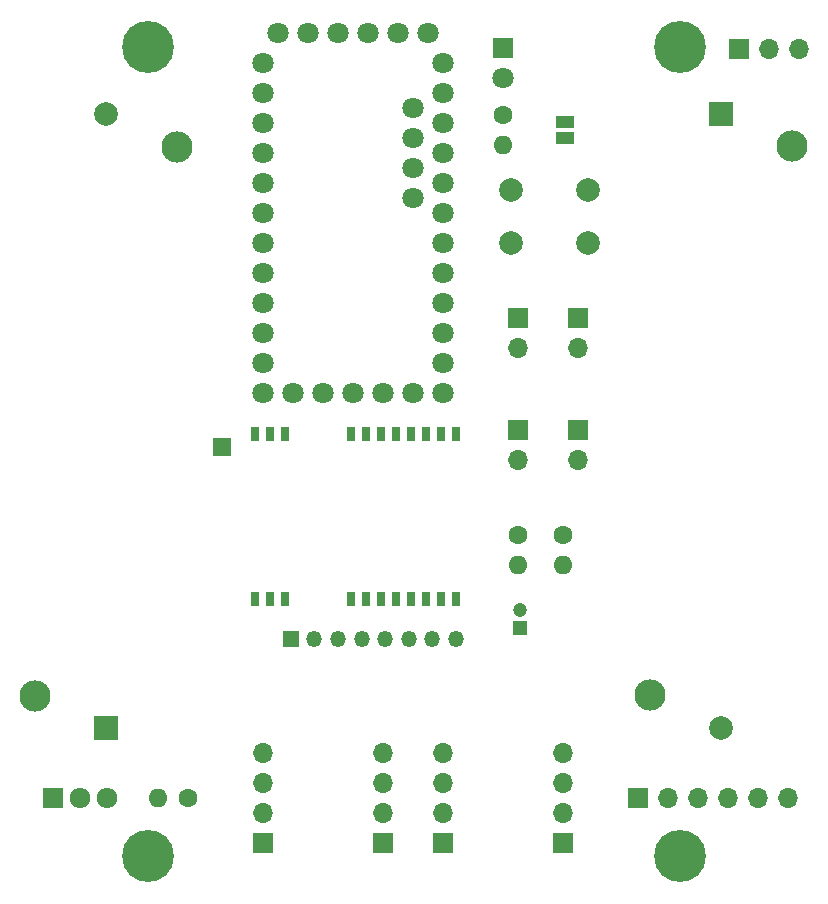
<source format=gbr>
%TF.GenerationSoftware,KiCad,Pcbnew,6.0.11-2627ca5db0~126~ubuntu22.04.1*%
%TF.CreationDate,2023-07-24T16:43:15+02:00*%
%TF.ProjectId,HB-UNI-SEN-BATT_E07-900M10S_FUEL4EP,48422d55-4e49-42d5-9345-4e2d42415454,1.0*%
%TF.SameCoordinates,Original*%
%TF.FileFunction,Soldermask,Top*%
%TF.FilePolarity,Negative*%
%FSLAX46Y46*%
G04 Gerber Fmt 4.6, Leading zero omitted, Abs format (unit mm)*
G04 Created by KiCad (PCBNEW 6.0.11-2627ca5db0~126~ubuntu22.04.1) date 2023-07-24 16:43:15*
%MOMM*%
%LPD*%
G01*
G04 APERTURE LIST*
G04 Aperture macros list*
%AMRoundRect*
0 Rectangle with rounded corners*
0 $1 Rounding radius*
0 $2 $3 $4 $5 $6 $7 $8 $9 X,Y pos of 4 corners*
0 Add a 4 corners polygon primitive as box body*
4,1,4,$2,$3,$4,$5,$6,$7,$8,$9,$2,$3,0*
0 Add four circle primitives for the rounded corners*
1,1,$1+$1,$2,$3*
1,1,$1+$1,$4,$5*
1,1,$1+$1,$6,$7*
1,1,$1+$1,$8,$9*
0 Add four rect primitives between the rounded corners*
20,1,$1+$1,$2,$3,$4,$5,0*
20,1,$1+$1,$4,$5,$6,$7,0*
20,1,$1+$1,$6,$7,$8,$9,0*
20,1,$1+$1,$8,$9,$2,$3,0*%
G04 Aperture macros list end*
%ADD10R,1.800000X1.800000*%
%ADD11C,1.800000*%
%ADD12R,1.700000X1.700000*%
%ADD13O,1.700000X1.700000*%
%ADD14C,2.640000*%
%ADD15R,2.000000X2.000000*%
%ADD16C,2.000000*%
%ADD17R,1.200000X1.200000*%
%ADD18C,1.200000*%
%ADD19C,1.600000*%
%ADD20O,1.600000X1.600000*%
%ADD21R,1.717500X1.800000*%
%ADD22O,1.717500X1.800000*%
%ADD23R,0.800000X1.270000*%
%ADD24R,1.500000X1.000000*%
%ADD25C,0.700000*%
%ADD26C,4.400000*%
%ADD27R,1.350000X1.350000*%
%ADD28O,1.350000X1.350000*%
%ADD29RoundRect,0.250000X-0.550000X-0.550000X0.550000X-0.550000X0.550000X0.550000X-0.550000X0.550000X0*%
G04 APERTURE END LIST*
D10*
%TO.C,D1*%
X46050000Y-4280000D03*
D11*
X46050000Y-6820000D03*
%TD*%
D12*
%TO.C,J1*%
X47320000Y-36665000D03*
D13*
X47320000Y-39205000D03*
%TD*%
D12*
%TO.C,J2*%
X52400000Y-36665000D03*
D13*
X52400000Y-39205000D03*
%TD*%
D12*
%TO.C,J7*%
X35890000Y-71590000D03*
D13*
X35890000Y-69050000D03*
X35890000Y-66510000D03*
X35890000Y-63970000D03*
%TD*%
D14*
%TO.C,BT1*%
X58495000Y-59090000D03*
X70485000Y-12610000D03*
D15*
X64490000Y-9860000D03*
D16*
X64490000Y-61850000D03*
%TD*%
D12*
%TO.C,J3*%
X47320000Y-27140000D03*
D13*
X47320000Y-29680000D03*
%TD*%
D12*
%TO.C,J4*%
X52400000Y-27140000D03*
D13*
X52400000Y-29680000D03*
%TD*%
D12*
%TO.C,J5*%
X57480000Y-67780000D03*
D13*
X60020000Y-67780000D03*
X62560000Y-67780000D03*
X65100000Y-67780000D03*
X67640000Y-67780000D03*
X70180000Y-67780000D03*
%TD*%
D12*
%TO.C,J6*%
X25730000Y-71590000D03*
D13*
X25730000Y-69050000D03*
X25730000Y-66510000D03*
X25730000Y-63970000D03*
%TD*%
D17*
%TO.C,C1*%
X47447000Y-53403600D03*
D18*
X47447000Y-51903600D03*
%TD*%
D19*
%TO.C,R4*%
X51130000Y-45555000D03*
D20*
X51130000Y-48095000D03*
%TD*%
D19*
%TO.C,R5*%
X47320000Y-45555000D03*
D20*
X47320000Y-48095000D03*
%TD*%
D19*
%TO.C,R1*%
X46050000Y-9995000D03*
D20*
X46050000Y-12535000D03*
%TD*%
D19*
%TO.C,R3*%
X19380000Y-67780000D03*
D20*
X16840000Y-67780000D03*
%TD*%
D21*
%TO.C,Q1*%
X7950000Y-67780000D03*
D22*
X10240000Y-67780000D03*
X12530000Y-67780000D03*
%TD*%
D12*
%TO.C,J9*%
X51130000Y-71590000D03*
D13*
X51130000Y-69050000D03*
X51130000Y-66510000D03*
X51130000Y-63970000D03*
%TD*%
D12*
%TO.C,J10*%
X65989000Y-4343500D03*
D13*
X68529000Y-4343500D03*
X71069000Y-4343500D03*
%TD*%
D11*
%TO.C,Module2*%
X40970000Y-5550000D03*
X28270000Y-33490000D03*
X25730000Y-5550000D03*
X27000000Y-3010000D03*
X38430000Y-9360000D03*
X40970000Y-8090000D03*
X30810000Y-33490000D03*
X25730000Y-8090000D03*
X29540000Y-3010000D03*
X38430000Y-11900000D03*
X40970000Y-10630000D03*
X33350000Y-33490000D03*
X25730000Y-10630000D03*
X32080000Y-3010000D03*
X38430000Y-14440000D03*
X40970000Y-13170000D03*
X35890000Y-33490000D03*
X25730000Y-13170000D03*
X34620000Y-3010000D03*
X38430000Y-16980000D03*
X40970000Y-15710000D03*
X38430000Y-33490000D03*
X25730000Y-15710000D03*
X37160000Y-3010000D03*
X40970000Y-18250000D03*
X25730000Y-18250000D03*
X39700000Y-3010000D03*
X40970000Y-20790000D03*
X25730000Y-20790000D03*
X40970000Y-23330000D03*
X25730000Y-23330000D03*
X40970000Y-25870000D03*
X25730000Y-25870000D03*
X40970000Y-28410000D03*
X25730000Y-28410000D03*
X40970000Y-30950000D03*
X25730000Y-30950000D03*
X40970000Y-33490000D03*
X25730000Y-33490000D03*
%TD*%
D23*
%TO.C,Module1*%
X42018000Y-50949000D03*
X42018000Y-36949000D03*
X40748000Y-50949000D03*
X40748000Y-36949000D03*
X39478000Y-50949000D03*
X39478000Y-36949000D03*
X38208000Y-50949000D03*
X38208000Y-36949000D03*
X36938000Y-50949000D03*
X36938000Y-36949000D03*
X35668000Y-50949000D03*
X35668000Y-36949000D03*
X34398000Y-50949000D03*
X34398000Y-36949000D03*
X33128000Y-50949000D03*
X33128000Y-36949000D03*
X27558000Y-50949000D03*
X27558000Y-36949000D03*
X26288000Y-50949000D03*
X26288000Y-36949000D03*
X25018000Y-50949000D03*
X25018000Y-36949000D03*
%TD*%
D24*
%TO.C,JP2*%
X51257000Y-10600000D03*
X51257000Y-11900000D03*
%TD*%
D16*
%TO.C,SW1*%
X53185000Y-16345000D03*
X46685000Y-16345000D03*
X53185000Y-20845000D03*
X46685000Y-20845000D03*
%TD*%
D12*
%TO.C,J8*%
X40970000Y-71590000D03*
D13*
X40970000Y-69050000D03*
X40970000Y-66510000D03*
X40970000Y-63970000D03*
%TD*%
D25*
%TO.C,H2*%
X61000000Y-6050000D03*
X59200000Y-4250000D03*
X62272800Y-2977200D03*
X59727200Y-5522800D03*
X62272800Y-5522800D03*
D26*
X61000000Y-4250000D03*
D25*
X62800000Y-4250000D03*
X59727200Y-2977200D03*
X61000000Y-2450000D03*
%TD*%
%TO.C,H4*%
X62800000Y-72750000D03*
X61000000Y-74550000D03*
X59727200Y-71477200D03*
X59200000Y-72750000D03*
X62272800Y-74022800D03*
X59727200Y-74022800D03*
X61000000Y-70950000D03*
X62272800Y-71477200D03*
D26*
X61000000Y-72750000D03*
%TD*%
D25*
%TO.C,H1*%
X14727200Y-2977200D03*
X14200000Y-4250000D03*
X16000000Y-2450000D03*
X17272800Y-5522800D03*
X17272800Y-2977200D03*
D26*
X16000000Y-4250000D03*
D25*
X17800000Y-4250000D03*
X16000000Y-6050000D03*
X14727200Y-5522800D03*
%TD*%
%TO.C,H3*%
X14727200Y-74022800D03*
X17272800Y-74022800D03*
X14727200Y-71477200D03*
X17272800Y-71477200D03*
X14200000Y-72750000D03*
X17800000Y-72750000D03*
D26*
X16000000Y-72750000D03*
D25*
X16000000Y-70950000D03*
X16000000Y-74550000D03*
%TD*%
D27*
%TO.C,J11*%
X28048000Y-54318000D03*
D28*
X30048000Y-54318000D03*
X32048000Y-54318000D03*
X34048000Y-54318000D03*
X36048000Y-54318000D03*
X38048000Y-54318000D03*
X40048000Y-54318000D03*
X42048000Y-54318000D03*
%TD*%
D14*
%TO.C,BT2*%
X6425000Y-59150000D03*
X18415000Y-12670000D03*
D15*
X12420000Y-61900000D03*
D16*
X12420000Y-9910000D03*
%TD*%
D29*
%TO.C,AE1*%
X22224800Y-38112800D03*
%TD*%
M02*

</source>
